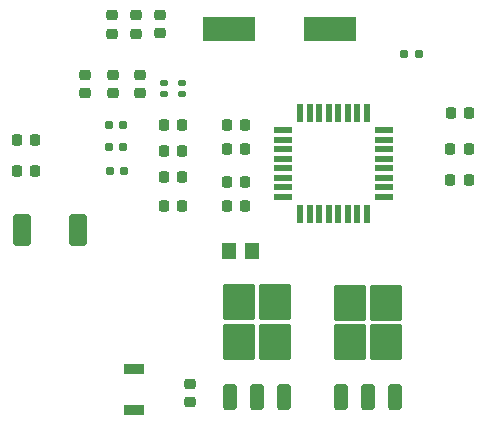
<source format=gbr>
%TF.GenerationSoftware,KiCad,Pcbnew,7.0.11-7.0.11~ubuntu22.04.1*%
%TF.CreationDate,2025-04-19T23:19:54+01:00*%
%TF.ProjectId,Mixed_Signal_Design,4d697865-645f-4536-9967-6e616c5f4465,rev?*%
%TF.SameCoordinates,Original*%
%TF.FileFunction,Paste,Top*%
%TF.FilePolarity,Positive*%
%FSLAX46Y46*%
G04 Gerber Fmt 4.6, Leading zero omitted, Abs format (unit mm)*
G04 Created by KiCad (PCBNEW 7.0.11-7.0.11~ubuntu22.04.1) date 2025-04-19 23:19:54*
%MOMM*%
%LPD*%
G01*
G04 APERTURE LIST*
G04 Aperture macros list*
%AMRoundRect*
0 Rectangle with rounded corners*
0 $1 Rounding radius*
0 $2 $3 $4 $5 $6 $7 $8 $9 X,Y pos of 4 corners*
0 Add a 4 corners polygon primitive as box body*
4,1,4,$2,$3,$4,$5,$6,$7,$8,$9,$2,$3,0*
0 Add four circle primitives for the rounded corners*
1,1,$1+$1,$2,$3*
1,1,$1+$1,$4,$5*
1,1,$1+$1,$6,$7*
1,1,$1+$1,$8,$9*
0 Add four rect primitives between the rounded corners*
20,1,$1+$1,$2,$3,$4,$5,0*
20,1,$1+$1,$4,$5,$6,$7,0*
20,1,$1+$1,$6,$7,$8,$9,0*
20,1,$1+$1,$8,$9,$2,$3,0*%
G04 Aperture macros list end*
%ADD10RoundRect,0.225000X0.225000X0.250000X-0.225000X0.250000X-0.225000X-0.250000X0.225000X-0.250000X0*%
%ADD11RoundRect,0.225000X-0.250000X0.225000X-0.250000X-0.225000X0.250000X-0.225000X0.250000X0.225000X0*%
%ADD12RoundRect,0.218750X-0.218750X-0.256250X0.218750X-0.256250X0.218750X0.256250X-0.218750X0.256250X0*%
%ADD13RoundRect,0.140000X-0.170000X0.140000X-0.170000X-0.140000X0.170000X-0.140000X0.170000X0.140000X0*%
%ADD14RoundRect,0.160000X0.197500X0.160000X-0.197500X0.160000X-0.197500X-0.160000X0.197500X-0.160000X0*%
%ADD15RoundRect,0.225000X0.250000X-0.225000X0.250000X0.225000X-0.250000X0.225000X-0.250000X-0.225000X0*%
%ADD16R,4.500000X2.000000*%
%ADD17R,1.700000X0.900000*%
%ADD18R,1.285000X1.470000*%
%ADD19R,1.600000X0.550000*%
%ADD20R,0.550000X1.600000*%
%ADD21RoundRect,0.250000X0.350000X-0.850000X0.350000X0.850000X-0.350000X0.850000X-0.350000X-0.850000X0*%
%ADD22RoundRect,0.250000X1.125000X-1.275000X1.125000X1.275000X-1.125000X1.275000X-1.125000X-1.275000X0*%
%ADD23RoundRect,0.225000X-0.225000X-0.250000X0.225000X-0.250000X0.225000X0.250000X-0.225000X0.250000X0*%
%ADD24RoundRect,0.160000X-0.197500X-0.160000X0.197500X-0.160000X0.197500X0.160000X-0.197500X0.160000X0*%
%ADD25RoundRect,0.140000X0.170000X-0.140000X0.170000X0.140000X-0.170000X0.140000X-0.170000X-0.140000X0*%
%ADD26RoundRect,0.250000X0.500000X1.100000X-0.500000X1.100000X-0.500000X-1.100000X0.500000X-1.100000X0*%
G04 APERTURE END LIST*
D10*
%TO.C,C5*%
X136678000Y-107188000D03*
X135128000Y-107188000D03*
%TD*%
D11*
%TO.C,C16*%
X134747000Y-91046000D03*
X134747000Y-92596000D03*
%TD*%
D12*
%TO.C,D3*%
X122656500Y-101600000D03*
X124231500Y-101600000D03*
%TD*%
D13*
%TO.C,C14*%
X135128000Y-96802000D03*
X135128000Y-97762000D03*
%TD*%
D14*
%TO.C,R2*%
X131661500Y-102235000D03*
X130466500Y-102235000D03*
%TD*%
D11*
%TO.C,C18*%
X130683000Y-91072000D03*
X130683000Y-92622000D03*
%TD*%
D10*
%TO.C,C8*%
X141999000Y-100330000D03*
X140449000Y-100330000D03*
%TD*%
D15*
%TO.C,C12*%
X130810000Y-97663000D03*
X130810000Y-96113000D03*
%TD*%
D16*
%TO.C,Y1*%
X140657000Y-92202000D03*
X149157000Y-92202000D03*
%TD*%
D10*
%TO.C,C7*%
X141999000Y-102362000D03*
X140449000Y-102362000D03*
%TD*%
D17*
%TO.C,SW1*%
X132588000Y-124460000D03*
X132588000Y-121060000D03*
%TD*%
D18*
%TO.C,FB1*%
X140632000Y-110998000D03*
X142578000Y-110998000D03*
%TD*%
D19*
%TO.C,U4*%
X153729000Y-106432000D03*
X153729000Y-105632000D03*
X153729000Y-104832000D03*
X153729000Y-104032000D03*
X153729000Y-103232000D03*
X153729000Y-102432000D03*
X153729000Y-101632000D03*
X153729000Y-100832000D03*
D20*
X152279000Y-99382000D03*
X151479000Y-99382000D03*
X150679000Y-99382000D03*
X149879000Y-99382000D03*
X149079000Y-99382000D03*
X148279000Y-99382000D03*
X147479000Y-99382000D03*
X146679000Y-99382000D03*
D19*
X145229000Y-100832000D03*
X145229000Y-101632000D03*
X145229000Y-102432000D03*
X145229000Y-103232000D03*
X145229000Y-104032000D03*
X145229000Y-104832000D03*
X145229000Y-105632000D03*
X145229000Y-106432000D03*
D20*
X146679000Y-107882000D03*
X147479000Y-107882000D03*
X148279000Y-107882000D03*
X149079000Y-107882000D03*
X149879000Y-107882000D03*
X150679000Y-107882000D03*
X151479000Y-107882000D03*
X152279000Y-107882000D03*
%TD*%
D10*
%TO.C,C6*%
X136678000Y-104775000D03*
X135128000Y-104775000D03*
%TD*%
D21*
%TO.C,U1*%
X140721000Y-123370000D03*
X143001000Y-123370000D03*
D22*
X141476000Y-118745000D03*
X144526000Y-118745000D03*
X141476000Y-115395000D03*
X144526000Y-115395000D03*
D21*
X145281000Y-123370000D03*
%TD*%
D23*
%TO.C,C9*%
X159385000Y-99314000D03*
X160935000Y-99314000D03*
%TD*%
D14*
%TO.C,R3*%
X131661500Y-100330000D03*
X130466500Y-100330000D03*
%TD*%
%TO.C,R1*%
X131713500Y-104267000D03*
X130518500Y-104267000D03*
%TD*%
D11*
%TO.C,C20*%
X137287000Y-122301000D03*
X137287000Y-123851000D03*
%TD*%
D15*
%TO.C,C11*%
X128427000Y-97663000D03*
X128427000Y-96113000D03*
%TD*%
D23*
%TO.C,C10*%
X159359000Y-102362000D03*
X160909000Y-102362000D03*
%TD*%
D24*
%TO.C,R4*%
X155485500Y-94361000D03*
X156680500Y-94361000D03*
%TD*%
D11*
%TO.C,C17*%
X132715000Y-91072000D03*
X132715000Y-92622000D03*
%TD*%
D10*
%TO.C,C2*%
X141999000Y-105156000D03*
X140449000Y-105156000D03*
%TD*%
D21*
%TO.C,U2*%
X150132500Y-123394000D03*
X152412500Y-123394000D03*
D22*
X150887500Y-118769000D03*
X153937500Y-118769000D03*
X150887500Y-115419000D03*
X153937500Y-115419000D03*
D21*
X154692500Y-123394000D03*
%TD*%
D12*
%TO.C,D1*%
X122656500Y-104267000D03*
X124231500Y-104267000D03*
%TD*%
D10*
%TO.C,C4*%
X136665000Y-100330000D03*
X135115000Y-100330000D03*
%TD*%
%TO.C,C19*%
X160922000Y-105029000D03*
X159372000Y-105029000D03*
%TD*%
D25*
%TO.C,C15*%
X136652000Y-97762000D03*
X136652000Y-96802000D03*
%TD*%
D15*
%TO.C,C13*%
X133096000Y-97663000D03*
X133096000Y-96113000D03*
%TD*%
D10*
%TO.C,C3*%
X136678000Y-102549000D03*
X135128000Y-102549000D03*
%TD*%
D26*
%TO.C,D2*%
X127876000Y-109220000D03*
X123076000Y-109220000D03*
%TD*%
D10*
%TO.C,C1*%
X141999000Y-107188000D03*
X140449000Y-107188000D03*
%TD*%
M02*

</source>
